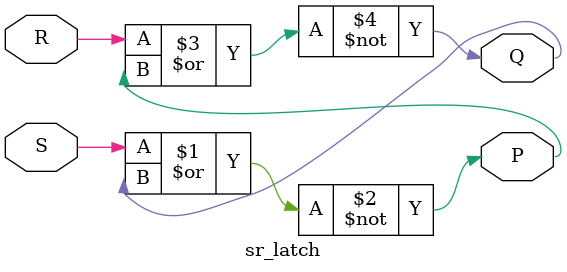
<source format=v>
module sr_latch(S,R,P,Q);
    
    input S,R;
    output P,Q;

    nor  (P,S,Q);
    nor  (Q,R,P);

endmodule

</source>
